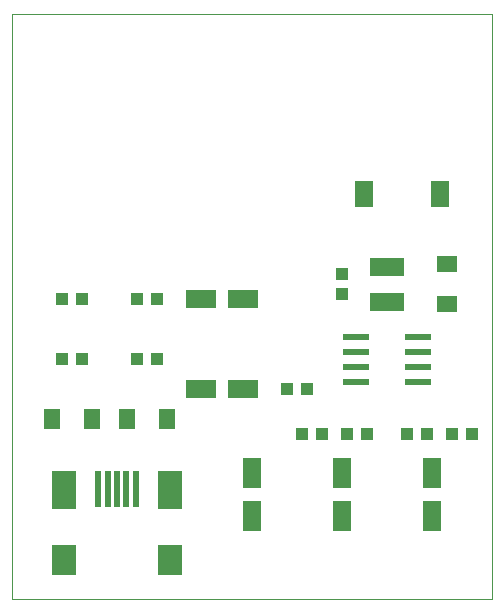
<source format=gtp>
G75*
%MOIN*%
%OFA0B0*%
%FSLAX25Y25*%
%IPPOS*%
%LPD*%
%AMOC8*
5,1,8,0,0,1.08239X$1,22.5*
%
%ADD10C,0.00000*%
%ADD11R,0.06299X0.10236*%
%ADD12R,0.10236X0.06299*%
%ADD13R,0.11417X0.05906*%
%ADD14R,0.07087X0.05512*%
%ADD15R,0.08661X0.02362*%
%ADD16R,0.03937X0.04331*%
%ADD17R,0.06299X0.08661*%
%ADD18R,0.04331X0.03937*%
%ADD19R,0.05512X0.07087*%
%ADD20R,0.07874X0.09843*%
%ADD21R,0.07874X0.12992*%
%ADD22R,0.01969X0.12205*%
D10*
X0001800Y0001800D02*
X0001800Y0196800D01*
X0161800Y0196800D01*
X0161800Y0001800D01*
X0001800Y0001800D01*
D11*
X0081800Y0029713D03*
X0081800Y0043887D03*
X0111800Y0043887D03*
X0111800Y0029713D03*
X0141800Y0029713D03*
X0141800Y0043887D03*
D12*
X0078887Y0071800D03*
X0064713Y0071800D03*
X0064713Y0101800D03*
X0078887Y0101800D03*
D13*
X0126800Y0100894D03*
X0126800Y0112706D03*
D14*
X0146800Y0113493D03*
X0146800Y0100107D03*
D15*
X0137036Y0089300D03*
X0137036Y0084300D03*
X0137036Y0079300D03*
X0137036Y0074300D03*
X0116564Y0074300D03*
X0116564Y0079300D03*
X0116564Y0084300D03*
X0116564Y0089300D03*
D16*
X0100146Y0071800D03*
X0093454Y0071800D03*
X0098454Y0056800D03*
X0105146Y0056800D03*
X0113454Y0056800D03*
X0120146Y0056800D03*
X0133454Y0056800D03*
X0140146Y0056800D03*
X0148454Y0056800D03*
X0155146Y0056800D03*
X0050146Y0081800D03*
X0043454Y0081800D03*
X0043454Y0101800D03*
X0050146Y0101800D03*
X0025146Y0101800D03*
X0018454Y0101800D03*
X0018454Y0081800D03*
X0025146Y0081800D03*
D17*
X0119202Y0136800D03*
X0144398Y0136800D03*
D18*
X0111800Y0110146D03*
X0111800Y0103454D03*
D19*
X0053493Y0061800D03*
X0040107Y0061800D03*
X0028493Y0061800D03*
X0015107Y0061800D03*
D20*
X0019280Y0014989D03*
X0054320Y0014989D03*
D21*
X0054320Y0038217D03*
X0019280Y0038217D03*
D22*
X0030501Y0038611D03*
X0033650Y0038611D03*
X0036800Y0038611D03*
X0039950Y0038611D03*
X0043099Y0038611D03*
M02*

</source>
